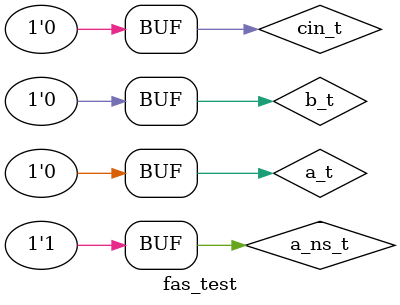
<source format=sv>
module fas_test;

	logic a_t, b_t, cin_t, a_ns_t, cout_t, s_t;
	
	fas f_adder (.a(a_t), .b(b_t), .cin(cin_t), .a_ns(a_ns_t), .cout(cout_t), .s(s_t));
	
	initial begin
	
	a_t = 0;
	b_t = 0;
	cin_t = 0;
	a_ns_t = 1;
	
	#40
	a_t = 1;
	b_t = 0;
	cin_t = 0;
	a_ns_t = 1;
	
	#40
	a_t = 0;
	b_t = 0;
	cin_t = 0;
	a_ns_t = 1;
	

	end

endmodule

</source>
